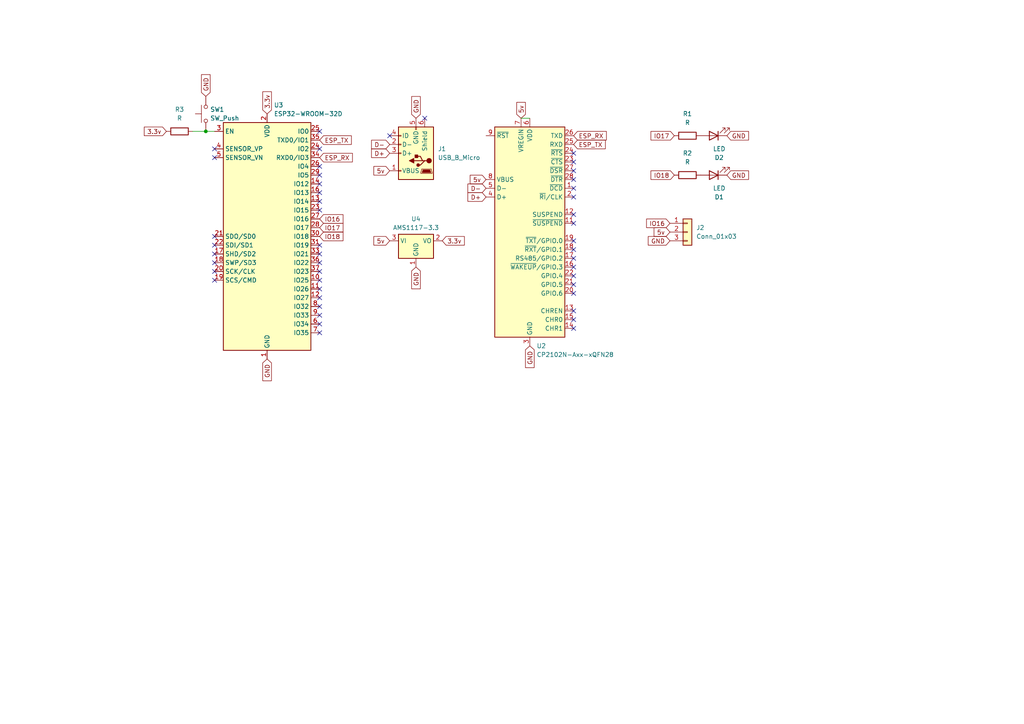
<source format=kicad_sch>
(kicad_sch (version 20230121) (generator eeschema)
  (paper "A4")
  (lib_symbols
    (symbol "Connector:USB_B_Micro" (pin_names (offset 1.016))
      (property "Reference" "J" (at -5.08 11.43 0))
      (property "Value" "USB_B_Micro" (at -5.08 8.89 0))
      (symbol "USB_B_Micro_0_1"
        (rectangle (start -5.08 -7.62) (end 5.08 7.62) (stroke (width 0.254)) (fill (type background)))
        (circle (center -3.81 2.159) (radius 0.635) (stroke (width 0.254)) (fill (type outline)))
        (circle (center -0.635 3.429) (radius 0.381) (stroke (width 0.254)) (fill (type outline)))
        (rectangle (start -0.127 -7.62) (end 0.127 -6.858))
        (polyline (pts (xy -1.905 2.159) (xy 0.635 2.159)) (stroke (width 0.254)))
        (polyline (pts (xy -3.175 2.159) (xy -2.54 2.159) (xy -1.27 3.429) (xy -0.635 3.429)) (stroke (width 0.254)))
        (polyline (pts (xy -2.54 2.159) (xy -1.905 2.159) (xy -1.27 0.889) (xy 0 0.889)) (stroke (width 0.254)))
        (polyline (pts (xy 0.635 2.794) (xy 0.635 1.524) (xy 1.905 2.159) (xy 0.635 2.794)) (stroke (width 0.254)) (fill (type outline)))
        (polyline (pts (xy -4.318 5.588) (xy -1.778 5.588) (xy -2.032 4.826) (xy -4.064 4.826) (xy -4.318 5.588)) (fill (type outline)))
        (polyline (pts (xy -4.699 5.842) (xy -4.699 5.588) (xy -4.445 4.826) (xy -4.445 4.572) (xy -1.651 4.572) (xy -1.651 4.826) (xy -1.397 5.588) (xy -1.397 5.842) (xy -4.699 5.842)))
        (rectangle (start 0.254 1.27) (end -0.508 0.508) (stroke (width 0.254)) (fill (type outline)))
        (rectangle (start 5.08 -5.207) (end 4.318 -4.953))
        (rectangle (start 5.08 -2.667) (end 4.318 -2.413))
        (rectangle (start 5.08 -0.127) (end 4.318 0.127))
        (rectangle (start 5.08 4.953) (end 4.318 5.207))
      )
      (symbol "USB_B_Micro_1_1"
        (pin power_out line (at 7.62 5.08 180) (length 2.54) (name "VBUS") (number "1"))
        (pin bidirectional line (at 7.62 -2.54 180) (length 2.54) (name "D-") (number "2"))
        (pin bidirectional line (at 7.62 0 180) (length 2.54) (name "D+") (number "3"))
        (pin passive line (at 7.62 -5.08 180) (length 2.54) (name "ID") (number "4"))
        (pin power_out line (at 0 -10.16 90) (length 2.54) (name "GND") (number "5"))
        (pin passive line (at -2.54 -10.16 90) (length 2.54) (name "Shield") (number "6"))
      )
    )
    (symbol "Connector_Generic:Conn_01x03" (pin_names (offset 1.016) hide)
      (property "Reference" "J" (at 0 5.08 0))
      (property "Value" "Conn_01x03" (at 0 -5.08 0))
      (symbol "Conn_01x03_1_1"
        (rectangle (start -1.27 -2.413) (end 0 -2.667) (stroke (width 0.1524)))
        (rectangle (start -1.27 0.127) (end 0 -0.127) (stroke (width 0.1524)))
        (rectangle (start -1.27 2.667) (end 0 2.413) (stroke (width 0.1524)))
        (rectangle (start -1.27 3.81) (end 1.27 -3.81) (stroke (width 0.254)) (fill (type background)))
        (pin passive line (at -5.08 2.54 0) (length 3.81) (name "Pin_1") (number "1"))
        (pin passive line (at -5.08 0 0) (length 3.81) (name "Pin_2") (number "2"))
        (pin passive line (at -5.08 -2.54 0) (length 3.81) (name "Pin_3") (number "3"))
      )
    )
    (symbol "Device:LED" (pin_numbers hide) (pin_names (offset 1.016) hide)
      (property "Reference" "D" (at 0 2.54 0))
      (property "Value" "LED" (at 0 -2.54 0))
      (symbol "LED_0_1"
        (polyline (pts (xy -1.27 -1.27) (xy -1.27 1.27)) (stroke (width 0.254)))
        (polyline (pts (xy -1.27 0) (xy 1.27 0)))
        (polyline (pts (xy 1.27 -1.27) (xy 1.27 1.27) (xy -1.27 0) (xy 1.27 -1.27)) (stroke (width 0.254)))
        (polyline (pts (xy -3.048 -0.762) (xy -4.572 -2.286) (xy -3.81 -2.286) (xy -4.572 -2.286) (xy -4.572 -1.524)))
        (polyline (pts (xy -1.778 -0.762) (xy -3.302 -2.286) (xy -2.54 -2.286) (xy -3.302 -2.286) (xy -3.302 -1.524)))
      )
      (symbol "LED_1_1"
        (pin passive line (at -3.81 0 0) (length 2.54) (name "K") (number "1"))
        (pin passive line (at 3.81 0 180) (length 2.54) (name "A") (number "2"))
      )
    )
    (symbol "Device:R" (pin_numbers hide) (pin_names (offset 0))
      (property "Reference" "R" (at 2.032 0 90))
      (property "Value" "R" (at 0 0 90))
      (symbol "R_0_1"
        (rectangle (start -1.016 -2.54) (end 1.016 2.54) (stroke (width 0.254)))
      )
      (symbol "R_1_1"
        (pin passive line (at 0 3.81 270) (length 1.27) (name "~") (number "1"))
        (pin passive line (at 0 -3.81 90) (length 1.27) (name "~") (number "2"))
      )
    )
    (symbol "Interface_USB:CP2102N-Axx-xQFN28"
      (property "Reference" "U" (at -8.89 31.75 0))
      (property "Value" "CP2102N-Axx-xQFN28" (at 12.7 31.75 0))
      (symbol "CP2102N-Axx-xQFN28_0_1"
        (rectangle (start -10.16 30.48) (end 10.16 -30.48) (stroke (width 0.254)) (fill (type background)))
      )
      (symbol "CP2102N-Axx-xQFN28_1_1"
        (pin input line (at 12.7 12.7 180) (length 2.54) (name "~{DCD}") (number "1"))
        (pin no_connect line (at -10.16 -27.94 0) (length 2.54) hide (name "NC") (number "10"))
        (pin output line (at 12.7 2.54 180) (length 2.54) (name "~{SUSPEND}") (number "11"))
        (pin output line (at 12.7 5.08 180) (length 2.54) (name "SUSPEND") (number "12"))
        (pin output line (at 12.7 -22.86 180) (length 2.54) (name "CHREN") (number "13"))
        (pin output line (at 12.7 -27.94 180) (length 2.54) (name "CHR1") (number "14"))
        (pin output line (at 12.7 -25.4 180) (length 2.54) (name "CHR0") (number "15"))
        (pin bidirectional line (at 12.7 -10.16 180) (length 2.54) (name "~{WAKEUP}/GPIO.3") (number "16"))
        (pin bidirectional line (at 12.7 -7.62 180) (length 2.54) (name "RS485/GPIO.2") (number "17"))
        (pin bidirectional line (at 12.7 -5.08 180) (length 2.54) (name "~{RXT}/GPIO.1") (number "18"))
        (pin bidirectional line (at 12.7 -2.54 180) (length 2.54) (name "~{TXT}/GPIO.0") (number "19"))
        (pin bidirectional line (at 12.7 10.16 180) (length 2.54) (name "~{RI}/CLK") (number "2"))
        (pin bidirectional line (at 12.7 -17.78 180) (length 2.54) (name "GPIO.6") (number "20"))
        (pin bidirectional line (at 12.7 -15.24 180) (length 2.54) (name "GPIO.5") (number "21"))
        (pin bidirectional line (at 12.7 -12.7 180) (length 2.54) (name "GPIO.4") (number "22"))
        (pin input line (at 12.7 20.32 180) (length 2.54) (name "~{CTS}") (number "23"))
        (pin output line (at 12.7 22.86 180) (length 2.54) (name "~{RTS}") (number "24"))
        (pin input line (at 12.7 25.4 180) (length 2.54) (name "RXD") (number "25"))
        (pin output line (at 12.7 27.94 180) (length 2.54) (name "TXD") (number "26"))
        (pin input line (at 12.7 17.78 180) (length 2.54) (name "~{DSR}") (number "27"))
        (pin output line (at 12.7 15.24 180) (length 2.54) (name "~{DTR}") (number "28"))
        (pin passive line (at 0 -33.02 90) (length 2.54) hide (name "GND") (number "29"))
        (pin power_in line (at 0 -33.02 90) (length 2.54) (name "GND") (number "3"))
        (pin bidirectional line (at -12.7 10.16 0) (length 2.54) (name "D+") (number "4"))
        (pin bidirectional line (at -12.7 12.7 0) (length 2.54) (name "D-") (number "5"))
        (pin power_in line (at 0 33.02 270) (length 2.54) (name "VDD") (number "6"))
        (pin power_in line (at -2.54 33.02 270) (length 2.54) (name "VREGIN") (number "7"))
        (pin input line (at -12.7 15.24 0) (length 2.54) (name "VBUS") (number "8"))
        (pin input line (at -12.7 27.94 0) (length 2.54) (name "~{RST}") (number "9"))
      )
    )
    (symbol "RF_Module:ESP32-WROOM-32D"
      (property "Reference" "U" (at -12.7 34.29 0))
      (property "Value" "ESP32-WROOM-32D" (at 1.27 34.29 0))
      (symbol "ESP32-WROOM-32D_0_1"
        (rectangle (start -12.7 33.02) (end 12.7 -33.02) (stroke (width 0.254)) (fill (type background)))
      )
      (symbol "ESP32-WROOM-32D_1_1"
        (pin power_in line (at 0 -35.56 90) (length 2.54) (name "GND") (number "1"))
        (pin bidirectional line (at 15.24 -12.7 180) (length 2.54) (name "IO25") (number "10"))
        (pin bidirectional line (at 15.24 -15.24 180) (length 2.54) (name "IO26") (number "11"))
        (pin bidirectional line (at 15.24 -17.78 180) (length 2.54) (name "IO27") (number "12"))
        (pin bidirectional line (at 15.24 10.16 180) (length 2.54) (name "IO14") (number "13"))
        (pin bidirectional line (at 15.24 15.24 180) (length 2.54) (name "IO12") (number "14"))
        (pin passive line (at 0 -35.56 90) (length 2.54) hide (name "GND") (number "15"))
        (pin bidirectional line (at 15.24 12.7 180) (length 2.54) (name "IO13") (number "16"))
        (pin bidirectional line (at -15.24 -5.08 0) (length 2.54) (name "SHD/SD2") (number "17"))
        (pin bidirectional line (at -15.24 -7.62 0) (length 2.54) (name "SWP/SD3") (number "18"))
        (pin bidirectional line (at -15.24 -12.7 0) (length 2.54) (name "SCS/CMD") (number "19"))
        (pin power_in line (at 0 35.56 270) (length 2.54) (name "VDD") (number "2"))
        (pin bidirectional line (at -15.24 -10.16 0) (length 2.54) (name "SCK/CLK") (number "20"))
        (pin bidirectional line (at -15.24 0 0) (length 2.54) (name "SDO/SD0") (number "21"))
        (pin bidirectional line (at -15.24 -2.54 0) (length 2.54) (name "SDI/SD1") (number "22"))
        (pin bidirectional line (at 15.24 7.62 180) (length 2.54) (name "IO15") (number "23"))
        (pin bidirectional line (at 15.24 25.4 180) (length 2.54) (name "IO2") (number "24"))
        (pin bidirectional line (at 15.24 30.48 180) (length 2.54) (name "IO0") (number "25"))
        (pin bidirectional line (at 15.24 20.32 180) (length 2.54) (name "IO4") (number "26"))
        (pin bidirectional line (at 15.24 5.08 180) (length 2.54) (name "IO16") (number "27"))
        (pin bidirectional line (at 15.24 2.54 180) (length 2.54) (name "IO17") (number "28"))
        (pin bidirectional line (at 15.24 17.78 180) (length 2.54) (name "IO5") (number "29"))
        (pin input line (at -15.24 30.48 0) (length 2.54) (name "EN") (number "3"))
        (pin bidirectional line (at 15.24 0 180) (length 2.54) (name "IO18") (number "30"))
        (pin bidirectional line (at 15.24 -2.54 180) (length 2.54) (name "IO19") (number "31"))
        (pin no_connect line (at -12.7 -27.94 0) (length 2.54) hide (name "NC") (number "32"))
        (pin bidirectional line (at 15.24 -5.08 180) (length 2.54) (name "IO21") (number "33"))
        (pin bidirectional line (at 15.24 22.86 180) (length 2.54) (name "RXD0/IO3") (number "34"))
        (pin bidirectional line (at 15.24 27.94 180) (length 2.54) (name "TXD0/IO1") (number "35"))
        (pin bidirectional line (at 15.24 -7.62 180) (length 2.54) (name "IO22") (number "36"))
        (pin bidirectional line (at 15.24 -10.16 180) (length 2.54) (name "IO23") (number "37"))
        (pin passive line (at 0 -35.56 90) (length 2.54) hide (name "GND") (number "38"))
        (pin passive line (at 0 -35.56 90) (length 2.54) hide (name "GND") (number "39"))
        (pin input line (at -15.24 25.4 0) (length 2.54) (name "SENSOR_VP") (number "4"))
        (pin input line (at -15.24 22.86 0) (length 2.54) (name "SENSOR_VN") (number "5"))
        (pin input line (at 15.24 -25.4 180) (length 2.54) (name "IO34") (number "6"))
        (pin input line (at 15.24 -27.94 180) (length 2.54) (name "IO35") (number "7"))
        (pin bidirectional line (at 15.24 -20.32 180) (length 2.54) (name "IO32") (number "8"))
        (pin bidirectional line (at 15.24 -22.86 180) (length 2.54) (name "IO33") (number "9"))
      )
    )
    (symbol "Regulator_Linear:AMS1117-3.3"
      (property "Reference" "U" (at -3.81 3.175 0))
      (property "Value" "AMS1117-3.3" (at 0 3.175 0))
      (symbol "AMS1117-3.3_0_1"
        (rectangle (start -5.08 -5.08) (end 5.08 1.905) (stroke (width 0.254)) (fill (type background)))
      )
      (symbol "AMS1117-3.3_1_1"
        (pin power_in line (at 0 -7.62 90) (length 2.54) (name "GND") (number "1"))
        (pin power_out line (at 7.62 0 180) (length 2.54) (name "VO") (number "2"))
        (pin power_in line (at -7.62 0 0) (length 2.54) (name "VI") (number "3"))
      )
    )
    (symbol "Switch:SW_Push" (pin_numbers hide) (pin_names (offset 1.016) hide)
      (property "Reference" "SW" (at 1.27 2.54 0))
      (property "Value" "SW_Push" (at 0 -1.524 0))
      (symbol "SW_Push_0_1"
        (circle (center -2.032 0) (radius 0.508))
        (polyline (pts (xy 0 1.27) (xy 0 3.048)))
        (polyline (pts (xy 2.54 1.27) (xy -2.54 1.27)))
        (circle (center 2.032 0) (radius 0.508))
        (pin passive line (at -5.08 0 0) (length 2.54) (name "1") (number "1"))
        (pin passive line (at 5.08 0 180) (length 2.54) (name "2") (number "2"))
      )
    )
  )
  (junction (at 59.69 38.1))
  (no_connect (at 166.37 62.23))
  (no_connect (at 166.37 85.09))
  (no_connect (at 166.37 72.39))
  (no_connect (at 62.23 68.58))
  (no_connect (at 123.19 34.29))
  (no_connect (at 166.37 77.47))
  (no_connect (at 62.23 45.72))
  (no_connect (at 92.71 93.98))
  (no_connect (at 166.37 54.61))
  (no_connect (at 92.71 83.82))
  (no_connect (at 92.71 71.12))
  (no_connect (at 92.71 48.26))
  (no_connect (at 166.37 64.77))
  (no_connect (at 62.23 43.18))
  (no_connect (at 166.37 46.99))
  (no_connect (at 92.71 76.2))
  (no_connect (at 92.71 58.42))
  (no_connect (at 166.37 74.93))
  (no_connect (at 92.71 96.52))
  (no_connect (at 166.37 69.85))
  (no_connect (at 113.03 39.37))
  (no_connect (at 92.71 50.8))
  (no_connect (at 92.71 81.28))
  (no_connect (at 92.71 78.74))
  (no_connect (at 92.71 88.9))
  (no_connect (at 92.71 86.36))
  (no_connect (at 92.71 38.1))
  (no_connect (at 92.71 60.96))
  (no_connect (at 92.71 73.66))
  (no_connect (at 62.23 78.74))
  (no_connect (at 62.23 73.66))
  (no_connect (at 92.71 43.18))
  (no_connect (at 92.71 91.44))
  (no_connect (at 166.37 52.07))
  (no_connect (at 166.37 80.01))
  (no_connect (at 92.71 53.34))
  (no_connect (at 166.37 92.71))
  (no_connect (at 166.37 44.45))
  (no_connect (at 166.37 82.55))
  (no_connect (at 166.37 49.53))
  (no_connect (at 92.71 55.88))
  (no_connect (at 166.37 57.15))
  (no_connect (at 62.23 76.2))
  (no_connect (at 62.23 81.28))
  (no_connect (at 62.23 71.12))
  (no_connect (at 166.37 95.25))
  (no_connect (at 166.37 90.17))
  (wire (pts (xy 59.69 38.1) (xy 62.23 38.1)))
  (wire (pts (xy 55.88 38.1) (xy 59.69 38.1)))
  (wire (pts (xy 151.13 34.29) (xy 153.67 34.29)))
  (global_label "IO17" (shape input) (at 92.71 66.04 0) (property "Intersheetrefs" "${INTERSHEET_REFS}" (effects hide)))
  (global_label "5v" (shape input) (at 151.13 34.29 90) (property "Intersheetrefs" "${INTERSHEET_REFS}" (effects hide)))
  (global_label "GND" (shape input) (at 77.47 104.14 270) (property "Intersheetrefs" "${INTERSHEET_REFS}" (effects hide)))
  (global_label "GND" (shape input) (at 210.82 50.8 0) (property "Intersheetrefs" "${INTERSHEET_REFS}" (effects hide)))
  (global_label "GND" (shape input) (at 153.67 100.33 270) (property "Intersheetrefs" "${INTERSHEET_REFS}" (effects hide)))
  (global_label "5v" (shape input) (at 140.97 52.07 180) (property "Intersheetrefs" "${INTERSHEET_REFS}" (effects hide)))
  (global_label "5v" (shape input) (at 113.03 69.85 180) (property "Intersheetrefs" "${INTERSHEET_REFS}" (effects hide)))
  (global_label "D-" (shape input) (at 113.03 41.91 180) (property "Intersheetrefs" "${INTERSHEET_REFS}" (effects hide)))
  (global_label "GND" (shape input) (at 194.31 69.85 180) (property "Intersheetrefs" "${INTERSHEET_REFS}" (effects hide)))
  (global_label "D+" (shape input) (at 140.97 57.15 180) (property "Intersheetrefs" "${INTERSHEET_REFS}" (effects hide)))
  (global_label "ESP_TX" (shape input) (at 92.71 40.64 0) (property "Intersheetrefs" "${INTERSHEET_REFS}" (effects hide)))
  (global_label "3.3v" (shape input) (at 48.26 38.1 180) (property "Intersheetrefs" "${INTERSHEET_REFS}" (effects hide)))
  (global_label "GND" (shape input) (at 120.65 77.47 270) (property "Intersheetrefs" "${INTERSHEET_REFS}" (effects hide)))
  (global_label "ESP_RX" (shape input) (at 166.37 39.37 0) (property "Intersheetrefs" "${INTERSHEET_REFS}" (effects hide)))
  (global_label "ESP_RX" (shape input) (at 92.71 45.72 0) (property "Intersheetrefs" "${INTERSHEET_REFS}" (effects hide)))
  (global_label "GND" (shape input) (at 120.65 34.29 90) (property "Intersheetrefs" "${INTERSHEET_REFS}" (effects hide)))
  (global_label "IO17" (shape input) (at 195.58 39.37 180) (property "Intersheetrefs" "${INTERSHEET_REFS}" (effects hide)))
  (global_label "ESP_TX" (shape input) (at 166.37 41.91 0) (property "Intersheetrefs" "${INTERSHEET_REFS}" (effects hide)))
  (global_label "IO16" (shape input) (at 194.31 64.77 180) (property "Intersheetrefs" "${INTERSHEET_REFS}" (effects hide)))
  (global_label "GND" (shape input) (at 59.69 27.94 90) (property "Intersheetrefs" "${INTERSHEET_REFS}" (effects hide)))
  (global_label "5v" (shape input) (at 194.31 67.31 180) (property "Intersheetrefs" "${INTERSHEET_REFS}" (effects hide)))
  (global_label "3.3v" (shape input) (at 77.47 33.02 90) (property "Intersheetrefs" "${INTERSHEET_REFS}" (effects hide)))
  (global_label "IO16" (shape input) (at 92.71 63.5 0) (property "Intersheetrefs" "${INTERSHEET_REFS}" (effects hide)))
  (global_label "IO18" (shape input) (at 92.71 68.58 0) (property "Intersheetrefs" "${INTERSHEET_REFS}" (effects hide)))
  (global_label "5v" (shape input) (at 113.03 49.53 180) (property "Intersheetrefs" "${INTERSHEET_REFS}" (effects hide)))
  (global_label "3.3v" (shape input) (at 128.27 69.85 0) (property "Intersheetrefs" "${INTERSHEET_REFS}" (effects hide)))
  (global_label "IO18" (shape input) (at 195.58 50.8 180) (property "Intersheetrefs" "${INTERSHEET_REFS}" (effects hide)))
  (global_label "GND" (shape input) (at 210.82 39.37 0) (property "Intersheetrefs" "${INTERSHEET_REFS}" (effects hide)))
  (global_label "D+" (shape input) (at 113.03 44.45 180) (property "Intersheetrefs" "${INTERSHEET_REFS}" (effects hide)))
  (global_label "D-" (shape input) (at 140.97 54.61 180) (property "Intersheetrefs" "${INTERSHEET_REFS}" (effects hide)))
  (symbol (lib_id "Switch:SW_Push") (at 59.69 33.02 90) (unit 1)
    (property "Reference" "SW1" (at 60.96 31.75 90) (effects (justify right)))
    (property "Value" "SW_Push" (at 60.96 34.29 90) (effects (justify right)))
    (property "Footprint" "Button_Switch_SMD:Panasonic_EVQPUK_EVQPUB" (effects hide))
  )
  (symbol (lib_id "Device:LED") (at 207.01 39.37 180) (unit 1)
    (property "Reference" "D2" (at 208.5975 45.72 0))
    (property "Value" "LED" (at 208.5975 43.18 0))
    (property "Footprint" "LED_THT:LED_D3.0mm" (effects hide))
  )
  (symbol (lib_id "RF_Module:ESP32-WROOM-32D") (at 77.47 68.58 0) (unit 1)
    (property "Reference" "U3" (at 79.4259 30.48 0) (effects (justify left)))
    (property "Value" "ESP32-WROOM-32D" (at 79.4259 33.02 0) (effects (justify left)))
    (property "Footprint" "RF_Module:ESP32-WROOM-32D" (effects hide))
    (property "Datasheet" "https://www.espressif.com/sites/default/files/documentation/esp32-wroom-32d_esp32-wroom-32u_datasheet_en.pdf" (effects hide))
  )
  (symbol (lib_id "Device:LED") (at 207.01 50.8 180) (unit 1)
    (property "Reference" "D1" (at 208.5975 57.15 0))
    (property "Value" "LED" (at 208.5975 54.61 0))
    (property "Footprint" "LED_THT:LED_D3.0mm" (effects hide))
  )
  (symbol (lib_id "Device:R") (at 52.07 38.1 270) (unit 1)
    (property "Reference" "R3" (at 52.07 31.75 90))
    (property "Value" "R" (at 52.07 34.29 90))
    (property "Footprint" "Resistor_THT:R_Axial_DIN0309_L9.0mm_D3.2mm_P12.70mm_Horizontal" (effects hide))
  )
  (symbol (lib_id "Interface_USB:CP2102N-Axx-xQFN28") (at 153.67 67.31 0) (unit 1)
    (property "Reference" "U2" (at 155.6259 100.33 0) (effects (justify left)))
    (property "Value" "CP2102N-Axx-xQFN28" (at 155.6259 102.87 0) (effects (justify left)))
    (property "Footprint" "Package_DFN_QFN:QFN-28-1EP_5x5mm_P0.5mm_EP3.35x3.35mm" (effects hide))
    (property "Datasheet" "https://www.silabs.com/documents/public/data-sheets/cp2102n-datasheet.pdf" (effects hide))
  )
  (symbol (lib_id "Connector_Generic:Conn_01x03") (at 199.39 67.31 0) (unit 1)
    (property "Reference" "J2" (at 201.93 66.04 0) (effects (justify left)))
    (property "Value" "Conn_01x03" (at 201.93 68.58 0) (effects (justify left)))
    (property "Footprint" "Connector_PinSocket_2.54mm:PinSocket_1x03_P2.54mm_Vertical" (effects hide))
  )
  (symbol (lib_id "Regulator_Linear:AMS1117-3.3") (at 120.65 69.85 0) (unit 1)
    (property "Reference" "U4" (at 120.65 63.5 0))
    (property "Value" "AMS1117-3.3" (at 120.65 66.04 0))
    (property "Footprint" "Package_TO_SOT_SMD:SOT-223-3_TabPin2" (effects hide))
    (property "Datasheet" "http://www.advanced-monolithic.com/pdf/ds1117.pdf" (effects hide))
  )
  (symbol (lib_id "Connector:USB_B_Micro") (at 120.65 44.45 180) (unit 1)
    (property "Reference" "J1" (at 127 43.18 0) (effects (justify right)))
    (property "Value" "USB_B_Micro" (at 127 45.72 0) (effects (justify right)))
    (property "Footprint" "Connector_USB:USB_Micro-B_Amphenol_10103594-0001LF_Horizontal" (effects hide))
  )
  (symbol (lib_id "Device:R") (at 199.39 39.37 270) (unit 1)
    (property "Reference" "R1" (at 199.39 33.02 90))
    (property "Value" "R" (at 199.39 35.56 90))
    (property "Footprint" "Resistor_THT:R_Axial_DIN0309_L9.0mm_D3.2mm_P12.70mm_Horizontal" (effects hide))
  )
  (symbol (lib_id "Device:R") (at 199.39 50.8 270) (unit 1)
    (property "Reference" "R2" (at 199.39 44.45 90))
    (property "Value" "R" (at 199.39 46.99 90))
    (property "Footprint" "Resistor_THT:R_Axial_DIN0309_L9.0mm_D3.2mm_P12.70mm_Horizontal" (effects hide))
  )
)
</source>
